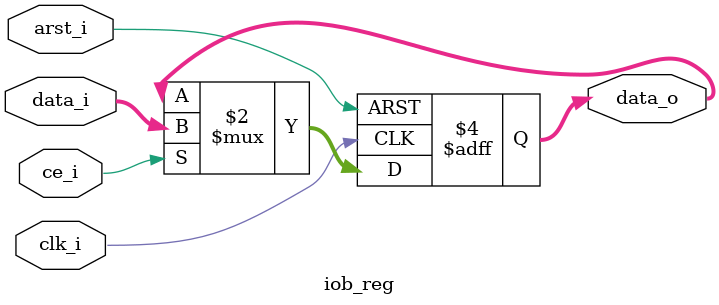
<source format=v>
`timescale 1ns / 1ps

module iob_reg
  #(
    parameter DATA_W = 0,
    parameter RST_VAL = 0
    )
   (
    input                   clk_i,
    input                   arst_i,
    input                   ce_i,

    input [DATA_W-1:0]      data_i,
    output reg [DATA_W-1:0] data_o
    );

   // prevent width mismatch
   localparam [DATA_W-1:0] RST_VAL_INT = RST_VAL;
   
   always @(posedge clk_i, posedge arst_i) begin
      if (arst_i) begin
         data_o <= RST_VAL_INT;
      end else if (ce_i) begin
         data_o <= data_i;
      end
   end

endmodule

</source>
